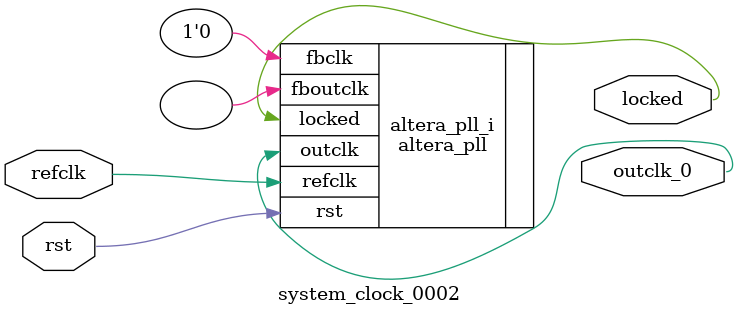
<source format=v>
`timescale 1ns/10ps
module  system_clock_0002(

	// interface 'refclk'
	input wire refclk,

	// interface 'reset'
	input wire rst,

	// interface 'outclk0'
	output wire outclk_0,

	// interface 'locked'
	output wire locked
);

	altera_pll #(
		.fractional_vco_multiplier("false"),
		.reference_clock_frequency("50.0 MHz"),
		.operation_mode("direct"),
		.number_of_clocks(1),
		.output_clock_frequency0("21.477272 MHz"),
		.phase_shift0("0 ps"),
		.duty_cycle0(50),
		.output_clock_frequency1("0 MHz"),
		.phase_shift1("0 ps"),
		.duty_cycle1(50),
		.output_clock_frequency2("0 MHz"),
		.phase_shift2("0 ps"),
		.duty_cycle2(50),
		.output_clock_frequency3("0 MHz"),
		.phase_shift3("0 ps"),
		.duty_cycle3(50),
		.output_clock_frequency4("0 MHz"),
		.phase_shift4("0 ps"),
		.duty_cycle4(50),
		.output_clock_frequency5("0 MHz"),
		.phase_shift5("0 ps"),
		.duty_cycle5(50),
		.output_clock_frequency6("0 MHz"),
		.phase_shift6("0 ps"),
		.duty_cycle6(50),
		.output_clock_frequency7("0 MHz"),
		.phase_shift7("0 ps"),
		.duty_cycle7(50),
		.output_clock_frequency8("0 MHz"),
		.phase_shift8("0 ps"),
		.duty_cycle8(50),
		.output_clock_frequency9("0 MHz"),
		.phase_shift9("0 ps"),
		.duty_cycle9(50),
		.output_clock_frequency10("0 MHz"),
		.phase_shift10("0 ps"),
		.duty_cycle10(50),
		.output_clock_frequency11("0 MHz"),
		.phase_shift11("0 ps"),
		.duty_cycle11(50),
		.output_clock_frequency12("0 MHz"),
		.phase_shift12("0 ps"),
		.duty_cycle12(50),
		.output_clock_frequency13("0 MHz"),
		.phase_shift13("0 ps"),
		.duty_cycle13(50),
		.output_clock_frequency14("0 MHz"),
		.phase_shift14("0 ps"),
		.duty_cycle14(50),
		.output_clock_frequency15("0 MHz"),
		.phase_shift15("0 ps"),
		.duty_cycle15(50),
		.output_clock_frequency16("0 MHz"),
		.phase_shift16("0 ps"),
		.duty_cycle16(50),
		.output_clock_frequency17("0 MHz"),
		.phase_shift17("0 ps"),
		.duty_cycle17(50),
		.pll_type("General"),
		.pll_subtype("General")
	) altera_pll_i (
		.rst	(rst),
		.outclk	({outclk_0}),
		.locked	(locked),
		.fboutclk	( ),
		.fbclk	(1'b0),
		.refclk	(refclk)
	);
endmodule


</source>
